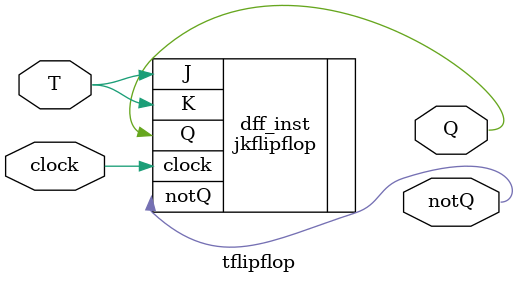
<source format=v>
`timescale 1ns / 1ps

module tflipflop(
    input T, clock,
    output Q, 
    output notQ
    );
    
    
     jkflipflop dff_inst(
        .J(T),
        .K(T),
        .clock(clock),
        .Q(Q),
        .notQ(notQ)
    );
        
    
    
endmodule

</source>
